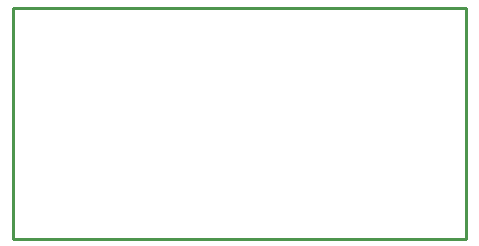
<source format=gko>
G04 ---------------------------- Layer name :KeepOutLayer*
G04 EasyEDA v5.8.22, Sun, 02 Dec 2018 06:11:37 GMT*
G04 d5963adffaad412e904dfcf3e3a13330*
G04 Gerber Generator version 0.2*
G04 Scale: 100 percent, Rotated: No, Reflected: No *
G04 Dimensions in inches *
G04 leading zeros omitted , absolute positions ,2 integer and 4 decimal *
%FSLAX24Y24*%
%MOIN*%
G90*
G70D02*

%ADD10C,0.010000*%
G54D10*
G01X0Y7700D02*
G01X15100Y7700D01*
G01X15100Y0D01*
G01X0Y0D01*
G01X0Y7700D01*

%LPD*%
M00*
M02*

</source>
